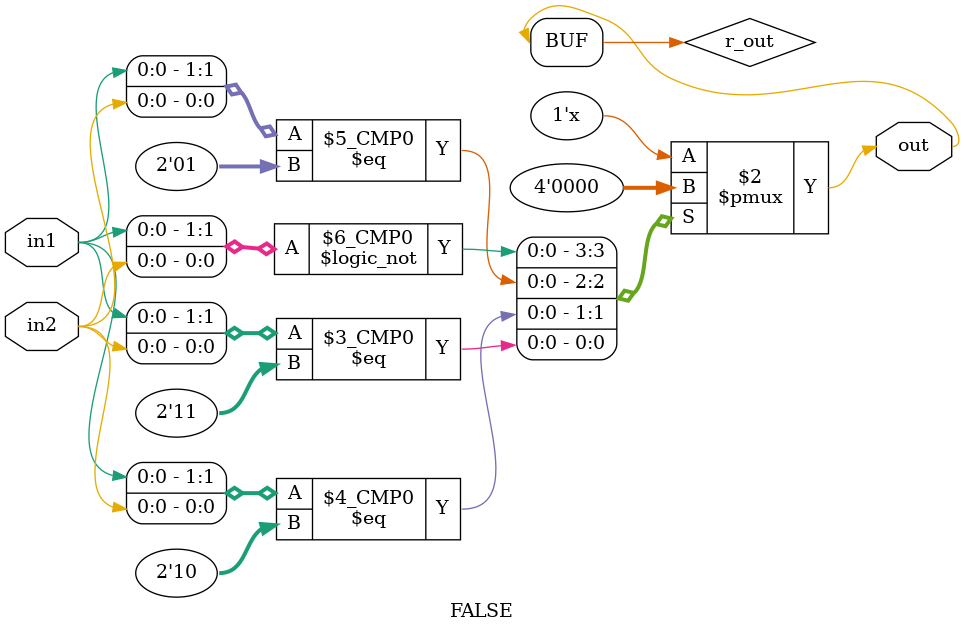
<source format=v>
module FALSE(output out, input in1, in2);
  reg r_out;
  assign out = r_out;
  always@(in1, in2)
    begin
      case({in1,in2})
        2'b00: out = 1'b0;
        2'b01: out = 1'b0;
        2'b10: out = 1'b0;
        2'b11: out = 1'b0;
        default: out = 1'b0;
      endcase
    end
endmodule

</source>
